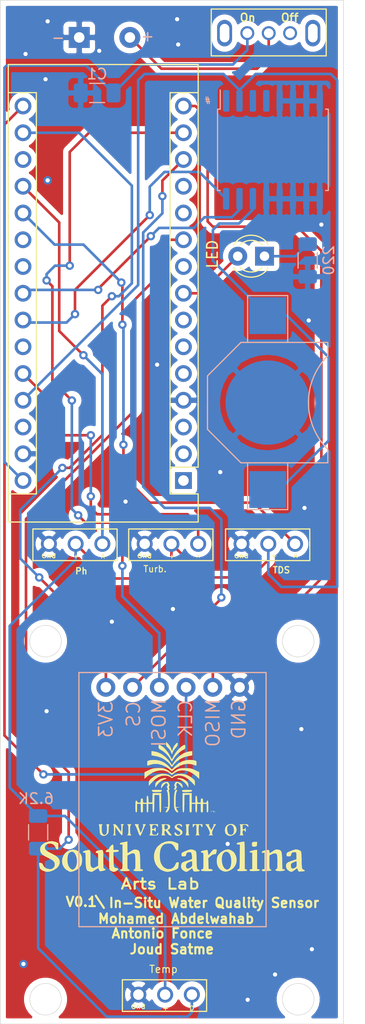
<source format=kicad_pcb>
(kicad_pcb (version 20171130) (host pcbnew "(5.1.12)-1")
  (layers (0 F.Cu signal) (31 B.Cu signal) (34 B.Paste user) (35 F.Paste user) (36 B.SilkS user) (37 F.SilkS user) (38 B.Mask user) (39 F.Mask user) (44 Edge.Cuts user))
  (net 0 "")
  (net 1 "Net-(A1-Pad1)")
  (net 2 "Net-(A1-Pad17)")
  (net 3 "Net-(A1-Pad2)")
  (net 4 "Net-(A1-Pad18)")
  (net 5 "Net-(A1-Pad3)")
  (net 6 "Net-(A1-Pad19)")
  (net 7 GND)
  (net 8 "Net-(A1-Pad20)")
  (net 9 "Net-(A1-Pad5)")
  (net 10 "Net-(A1-Pad21)")
  (net 11 "Net-(A1-Pad6)")
  (net 12 "Net-(A1-Pad22)")
  (net 13 "Net-(A1-Pad7)")
  (net 14 "Net-(A1-Pad23)")
  (net 15 "Net-(A1-Pad8)")
  (net 16 "Net-(A1-Pad24)")
  (net 17 "Net-(A1-Pad9)")
  (net 18 "Net-(A1-Pad25)")
  (net 19 "Net-(A1-Pad10)")
  (net 20 "Net-(A1-Pad26)")
  (net 21 "Net-(A1-Pad11)")
  (net 22 "Net-(A1-Pad27)")
  (net 23 "Net-(A1-Pad12)")
  (net 24 "Net-(A1-Pad28)")
  (net 25 "Net-(A1-Pad13)")
  (net 26 "Net-(A1-Pad14)")
  (net 27 "Net-(A1-Pad30)")
  (net 28 "Net-(A1-Pad15)")
  (net 29 "Net-(A1-Pad16)")
  (net 30 "Net-(D1-Pad1)")
  (net 31 "Net-(U1-Pad1)")
  (net 32 "Net-(U3-Pad1)")
  (net 33 "Net-(U6-Pad1)")
  (net 34 "Net-(U6-Pad3)")
  (net 35 "Net-(U6-Pad4)")
  (net 36 "Net-(BT1-Pad1)")
  (module WATER_SENSOR:Battery_Input (layer B.Cu) (at 105.7 31.8)
    (fp_text reference U1 hide)
    (fp_text value water_Battery hide)
    (fp_text user + (at 5.5 -1.4) (layer B.SilkS) (effects (justify mirror)))
    (fp_text user - (at -3 -1.27) (layer B.SilkS) (effects (justify mirror)))
    (pad 1 thru_hole circle (at 3.81 -1.27) (size 2 2) (drill 1) (layers *.Cu *.Mask) (net 31 "Net-(U1-Pad1)"))
    (pad 2 thru_hole rect (at -1 -1.27) (size 2 2) (drill 1) (layers *.Cu *.Mask) (net 7 GND))
  )
  (module WATER_SENSOR:battery_holder_10mm (layer B.Cu) (at 122.6 65.2 90)
    (fp_text reference BT1 hide)
    (fp_text value Battery_Cell hide)
    (pad 1 smd rect (at 8.255 0 180) (size 3.5 3.5) (layers B.Cu B.Mask) (net 36 "Net-(BT1-Pad1)"))
    (pad 1 smd rect (at -8.255 0 180) (size 3.5 3.5) (layers B.Cu B.Mask) (net 36 "Net-(BT1-Pad1)"))
    (pad 2 smd circle (at 0 0 180) (size 8 8) (layers B.Cu B.Mask) (net 7 GND))
  )
  (module WATER_SENSOR:uofsc_logo_1in (layer F.Cu) (at 113.5 103.6)
    (fp_text reference G*** hide)
    (fp_text value LOGO hide)
  )
  (module LED_THT:LED_D3.0mm (layer F.Cu) (at 122.3 51.3 180)
    (fp_text reference LED (at 4.95 0.2 270) (layer F.SilkS))
    (fp_text value LED hide)
    (pad 2 thru_hole circle (at 2.54 0 180) (size 1.8 1.8) (drill 0.9) (layers *.Cu *.Mask) (net 15 "Net-(A1-Pad8)"))
    (pad 1 thru_hole rect (at 0 0 180) (size 1.8 1.8) (drill 0.9) (layers *.Cu *.Mask) (net 30 "Net-(D1-Pad1)"))
  )
  (module WATER_SENSOR:grounded_switch (layer F.Cu) (at 122.7 35.2 180)
    (fp_text reference U3 hide)
    (fp_text value switch hide)
    (fp_text user On (at 2 6.55) (layer F.SilkS) (effects (font (size 0.75 0.75))))
    (fp_text user Off (at -2 6.55) (layer F.SilkS) (effects (font (size 0.75 0.75))))
    (pad 1 thru_hole circle (at -2.032 5.08 180) (size 1.324 1.324) (drill 0.914) (layers *.Cu *.Mask) (net 32 "Net-(U3-Pad1)"))
    (pad 2 thru_hole circle (at 0 5.08 180) (size 1.324 1.324) (drill 0.914) (layers *.Cu *.Mask) (net 31 "Net-(U1-Pad1)"))
    (pad 3 thru_hole circle (at 2.032 5.08 180) (size 1.324 1.324) (drill 0.914) (layers *.Cu *.Mask) (net 27 "Net-(A1-Pad30)"))
    (pad 4 thru_hole oval (at -4.191 5.08 270) (size 2.524 1.424) (drill oval 1.76 0.914) (layers *.Cu *.Mask))
    (pad 5 thru_hole oval (at 4.191 5.08 270) (size 2.524 1.424) (drill oval 1.76 0.914) (layers *.Cu *.Mask))
  )
  (module Module:Arduino_Nano (layer F.Cu) (at 114.6 72.6 180)
    (fp_text reference A1 hide)
    (fp_text value Arduino_Nano_v3.x hide)
    (pad 16 thru_hole oval (at 15.24 35.56 180) (size 1.6 1.6) (drill 1) (layers *.Cu *.Mask) (net 29 "Net-(A1-Pad16)"))
    (pad 15 thru_hole oval (at 0 35.56 180) (size 1.6 1.6) (drill 1) (layers *.Cu *.Mask) (net 28 "Net-(A1-Pad15)"))
    (pad 30 thru_hole oval (at 15.24 0 180) (size 1.6 1.6) (drill 1) (layers *.Cu *.Mask) (net 27 "Net-(A1-Pad30)"))
    (pad 14 thru_hole oval (at 0 33.02 180) (size 1.6 1.6) (drill 1) (layers *.Cu *.Mask) (net 26 "Net-(A1-Pad14)"))
    (pad 29 thru_hole oval (at 15.24 2.54 180) (size 1.6 1.6) (drill 1) (layers *.Cu *.Mask) (net 7 GND))
    (pad 13 thru_hole oval (at 0 30.48 180) (size 1.6 1.6) (drill 1) (layers *.Cu *.Mask) (net 25 "Net-(A1-Pad13)"))
    (pad 28 thru_hole oval (at 15.24 5.08 180) (size 1.6 1.6) (drill 1) (layers *.Cu *.Mask) (net 24 "Net-(A1-Pad28)"))
    (pad 12 thru_hole oval (at 0 27.94 180) (size 1.6 1.6) (drill 1) (layers *.Cu *.Mask) (net 23 "Net-(A1-Pad12)"))
    (pad 27 thru_hole oval (at 15.24 7.62 180) (size 1.6 1.6) (drill 1) (layers *.Cu *.Mask) (net 22 "Net-(A1-Pad27)"))
    (pad 11 thru_hole oval (at 0 25.4 180) (size 1.6 1.6) (drill 1) (layers *.Cu *.Mask) (net 21 "Net-(A1-Pad11)"))
    (pad 26 thru_hole oval (at 15.24 10.16 180) (size 1.6 1.6) (drill 1) (layers *.Cu *.Mask) (net 20 "Net-(A1-Pad26)"))
    (pad 10 thru_hole oval (at 0 22.86 180) (size 1.6 1.6) (drill 1) (layers *.Cu *.Mask) (net 19 "Net-(A1-Pad10)"))
    (pad 25 thru_hole oval (at 15.24 12.7 180) (size 1.6 1.6) (drill 1) (layers *.Cu *.Mask) (net 18 "Net-(A1-Pad25)"))
    (pad 9 thru_hole oval (at 0 20.32 180) (size 1.6 1.6) (drill 1) (layers *.Cu *.Mask) (net 17 "Net-(A1-Pad9)"))
    (pad 24 thru_hole oval (at 15.24 15.24 180) (size 1.6 1.6) (drill 1) (layers *.Cu *.Mask) (net 16 "Net-(A1-Pad24)"))
    (pad 8 thru_hole oval (at 0 17.78 180) (size 1.6 1.6) (drill 1) (layers *.Cu *.Mask) (net 15 "Net-(A1-Pad8)"))
    (pad 23 thru_hole oval (at 15.24 17.78 180) (size 1.6 1.6) (drill 1) (layers *.Cu *.Mask) (net 14 "Net-(A1-Pad23)"))
    (pad 7 thru_hole oval (at 0 15.24 180) (size 1.6 1.6) (drill 1) (layers *.Cu *.Mask) (net 13 "Net-(A1-Pad7)"))
    (pad 22 thru_hole oval (at 15.24 20.32 180) (size 1.6 1.6) (drill 1) (layers *.Cu *.Mask) (net 12 "Net-(A1-Pad22)"))
    (pad 6 thru_hole oval (at 0 12.7 180) (size 1.6 1.6) (drill 1) (layers *.Cu *.Mask) (net 11 "Net-(A1-Pad6)"))
    (pad 21 thru_hole oval (at 15.24 22.86 180) (size 1.6 1.6) (drill 1) (layers *.Cu *.Mask) (net 10 "Net-(A1-Pad21)"))
    (pad 5 thru_hole oval (at 0 10.16 180) (size 1.6 1.6) (drill 1) (layers *.Cu *.Mask) (net 9 "Net-(A1-Pad5)"))
    (pad 20 thru_hole oval (at 15.24 25.4 180) (size 1.6 1.6) (drill 1) (layers *.Cu *.Mask) (net 8 "Net-(A1-Pad20)"))
    (pad 4 thru_hole oval (at 0 7.62 180) (size 1.6 1.6) (drill 1) (layers *.Cu *.Mask) (net 7 GND))
    (pad 19 thru_hole oval (at 15.24 27.94 180) (size 1.6 1.6) (drill 1) (layers *.Cu *.Mask) (net 6 "Net-(A1-Pad19)"))
    (pad 3 thru_hole oval (at 0 5.08 180) (size 1.6 1.6) (drill 1) (layers *.Cu *.Mask) (net 5 "Net-(A1-Pad3)"))
    (pad 18 thru_hole oval (at 15.24 30.48 180) (size 1.6 1.6) (drill 1) (layers *.Cu *.Mask) (net 4 "Net-(A1-Pad18)"))
    (pad 2 thru_hole oval (at 0 2.54 180) (size 1.6 1.6) (drill 1) (layers *.Cu *.Mask) (net 3 "Net-(A1-Pad2)"))
    (pad 17 thru_hole oval (at 15.24 33.02 180) (size 1.6 1.6) (drill 1) (layers *.Cu *.Mask) (net 2 "Net-(A1-Pad17)"))
    (pad 1 thru_hole rect (at 0 0 180) (size 1.6 1.6) (drill 1) (layers *.Cu *.Mask) (net 1 "Net-(A1-Pad1)"))
  )
  (module Capacitor_SMD:C_1206_3216Metric_Pad1.33x1.80mm_HandSolder (layer B.Cu) (at 106.4 35.8 180)
    (fp_text reference C1 (at 0 1.8 180) (layer B.SilkS) (effects (justify mirror)))
    (fp_text value C hide)
    (pad 2 smd roundrect (at 1.5625 0 180) (size 1.325 1.8) (layers B.Cu B.Paste B.Mask) (roundrect_rratio 0.188679) (net 7 GND))
    (pad 1 smd roundrect (at -1.5625 0 180) (size 1.325 1.8) (layers B.Cu B.Paste B.Mask) (roundrect_rratio 0.188679) (net 27 "Net-(A1-Pad30)"))
  )
  (module Resistor_SMD:R_1206_3216Metric_Pad1.30x1.75mm_HandSolder (layer B.Cu) (at 100.8 106 90)
    (fp_text reference 6.2K (at 3.2 -0.2 180) (layer B.SilkS) (effects (justify mirror)))
    (fp_text value R hide)
    (pad 2 smd roundrect (at 1.55 0 90) (size 1.3 1.75) (layers B.Cu B.Paste B.Mask) (roundrect_rratio 0.192308) (net 22 "Net-(A1-Pad27)"))
    (pad 1 smd roundrect (at -1.55 0 90) (size 1.3 1.75) (layers B.Cu B.Paste B.Mask) (roundrect_rratio 0.192308) (net 19 "Net-(A1-Pad10)"))
  )
  (module Resistor_SMD:R_1206_3216Metric_Pad1.30x1.75mm_HandSolder (layer B.Cu) (at 126.4 51.7 270)
    (fp_text reference 220 (at 0 -2 90) (layer B.SilkS) (effects (justify mirror)))
    (fp_text value R hide)
    (pad 2 smd roundrect (at 1.55 0 270) (size 1.3 1.75) (layers B.Cu B.Paste B.Mask) (roundrect_rratio 0.192308) (net 7 GND))
    (pad 1 smd roundrect (at -1.55 0 270) (size 1.3 1.75) (layers B.Cu B.Paste B.Mask) (roundrect_rratio 0.192308) (net 30 "Net-(D1-Pad1)"))
  )
  (module WATER_SENSOR:SD (layer B.Cu) (at 103.4 104.8 90)
    (fp_text reference U2 hide)
    (fp_text value SD hide)
    (fp_text user 3V3 (at 9.51 3.83 270) (layer B.SilkS) (effects (font (size 1.27 1.27)) (justify mirror)))
    (fp_text user CS (at 10.02 6.45 270) (layer B.SilkS) (effects (font (size 1.27 1.27)) (justify mirror)))
    (fp_text user MOSI (at 9.19 8.87 270) (layer B.SilkS) (effects (font (size 1.27 1.27)) (justify mirror)))
    (fp_text user CLK (at 9.59 11.38 270) (layer B.SilkS) (effects (font (size 1.27 1.27)) (justify mirror)))
    (fp_text user MISO (at 9.19 14 270) (layer B.SilkS) (effects (font (size 1.27 1.27)) (justify mirror)))
    (fp_text user GND (at 9.56 16.45 270) (layer B.SilkS) (effects (font (size 1.27 1.27)) (justify mirror)))
    (pad 6 thru_hole circle (at 12.57 16.53 270) (size 1.8 1.8) (drill 1) (layers *.Cu *.Mask) (net 7 GND))
    (pad 5 thru_hole circle (at 12.57 13.99 270) (size 1.8 1.8) (drill 1) (layers *.Cu *.Mask) (net 28 "Net-(A1-Pad15)"))
    (pad 4 thru_hole circle (at 12.57 11.45 270) (size 1.8 1.8) (drill 1) (layers *.Cu *.Mask) (net 29 "Net-(A1-Pad16)"))
    (pad 3 thru_hole circle (at 12.57 8.91 270) (size 1.8 1.8) (drill 1) (layers *.Cu *.Mask) (net 26 "Net-(A1-Pad14)"))
    (pad 2 thru_hole circle (at 12.57 6.37 270) (size 1.8 1.8) (drill 1) (layers *.Cu *.Mask) (net 25 "Net-(A1-Pad13)"))
    (pad 1 thru_hole circle (at 12.57 3.83 270) (size 1.8 1.8) (drill 1) (layers *.Cu *.Mask) (net 2 "Net-(A1-Pad17)"))
  )
  (module WATER_SENSOR:phraails (layer F.Cu) (at 113.3 74.2)
    (fp_text reference U4 hide)
    (fp_text value Ph (at -8.4 7) (layer F.SilkS) (effects (font (size 0.6 0.6) (thickness 0.12))))
    (fp_text user Gnd (at -11.5 5.56) (layer F.SilkS) (effects (font (size 0.4 0.5) (thickness 0.09))))
    (fp_text user + (at -8.9 5.6) (layer F.SilkS) (effects (font (size 0.4 0.4) (thickness 0.08))))
    (fp_text user A (at -6.35 5.6) (layer F.SilkS) (effects (font (size 0.4 0.4) (thickness 0.075))))
    (pad 3 thru_hole circle (at -6.4 4.41) (size 1.524 1.524) (drill 1) (layers *.Cu *.Mask) (net 6 "Net-(A1-Pad19)"))
    (pad 2 thru_hole circle (at -8.94 4.41) (size 1.524 1.524) (drill 1) (layers *.Cu *.Mask) (net 22 "Net-(A1-Pad27)"))
    (pad 1 thru_hole circle (at -11.48 4.41) (size 1.524 1.524) (drill 1) (layers *.Cu *.Mask) (net 7 GND))
  )
  (module WATER_SENSOR:TDS (layer F.Cu) (at 131.6 74.2)
    (fp_text reference U5 hide)
    (fp_text value TDS (at -7.7 6.9) (layer F.SilkS) (effects (font (size 0.6 0.6) (thickness 0.12))))
    (fp_text user Gnd (at -11.5 5.56) (layer F.SilkS) (effects (font (size 0.4 0.5) (thickness 0.09))))
    (fp_text user + (at -8.4 5.55) (layer F.SilkS) (effects (font (size 0.4 0.5) (thickness 0.08))))
    (fp_text user A (at -6.35 5.55) (layer F.SilkS) (effects (font (size 0.4 0.5) (thickness 0.08))))
    (pad 3 thru_hole circle (at -6.4 4.41) (size 1.524 1.524) (drill 1) (layers *.Cu *.Mask) (net 8 "Net-(A1-Pad20)"))
    (pad 2 thru_hole circle (at -8.94 4.41) (size 1.524 1.524) (drill 1) (layers *.Cu *.Mask) (net 22 "Net-(A1-Pad27)"))
    (pad 1 thru_hole circle (at -11.48 4.41) (size 1.524 1.524) (drill 1) (layers *.Cu *.Mask) (net 7 GND))
  )
  (module Package_SO:SOIC-16W_7.5x10.3mm_P1.27mm (layer B.Cu) (at 123.1 41.2 270)
    (fp_text reference U6 hide)
    (fp_text value DS3231M)
    (pad 16 smd roundrect (at 4.65 4.445 270) (size 2.05 0.6) (layers B.Cu B.Paste B.Mask) (net 16 "Net-(A1-Pad24)"))
    (pad 15 smd roundrect (at 4.65 3.175 270) (size 2.05 0.6) (layers B.Cu B.Paste B.Mask) (net 14 "Net-(A1-Pad23)"))
    (pad 14 smd roundrect (at 4.65 1.905 270) (size 2.05 0.6) (layers B.Cu B.Paste B.Mask) (net 36 "Net-(BT1-Pad1)"))
    (pad 13 smd roundrect (at 4.65 0.635 270) (size 2.05 0.6) (layers B.Cu B.Paste B.Mask) (net 7 GND))
    (pad 12 smd roundrect (at 4.65 -0.635 270) (size 2.05 0.6) (layers B.Cu B.Paste B.Mask) (net 7 GND))
    (pad 11 smd roundrect (at 4.65 -1.905 270) (size 2.05 0.6) (layers B.Cu B.Paste B.Mask) (net 7 GND))
    (pad 10 smd roundrect (at 4.65 -3.175 270) (size 2.05 0.6) (layers B.Cu B.Paste B.Mask) (net 7 GND))
    (pad 9 smd roundrect (at 4.65 -4.445 270) (size 2.05 0.6) (layers B.Cu B.Paste B.Mask) (net 7 GND))
    (pad 8 smd roundrect (at -4.65 -4.445 270) (size 2.05 0.6) (layers B.Cu B.Paste B.Mask) (net 7 GND))
    (pad 7 smd roundrect (at -4.65 -3.175 270) (size 2.05 0.6) (layers B.Cu B.Paste B.Mask) (net 7 GND))
    (pad 6 smd roundrect (at -4.65 -1.905 270) (size 2.05 0.6) (layers B.Cu B.Paste B.Mask) (net 7 GND))
    (pad 5 smd roundrect (at -4.65 -0.635 270) (size 2.05 0.6) (layers B.Cu B.Paste B.Mask) (net 7 GND))
    (pad 4 smd roundrect (at -4.65 0.635 270) (size 2.05 0.6) (layers B.Cu B.Paste B.Mask) (net 35 "Net-(U6-Pad4)"))
    (pad 3 smd roundrect (at -4.65 1.905 270) (size 2.05 0.6) (layers B.Cu B.Paste B.Mask) (net 34 "Net-(U6-Pad3)"))
    (pad 2 smd roundrect (at -4.65 3.175 270) (size 2.05 0.6) (layers B.Cu B.Paste B.Mask) (net 22 "Net-(A1-Pad27)"))
    (pad 1 smd roundrect (at -4.65 4.445 270) (size 2.05 0.6) (layers B.Cu B.Paste B.Mask) (net 33 "Net-(U6-Pad1)"))
  )
  (module WATER_SENSOR:Turbidity (layer F.Cu) (at 122.4 74.2)
    (fp_text reference U7 hide)
    (fp_text value Turb. (at -10.5 6.8) (layer F.SilkS) (effects (font (size 0.6 0.6) (thickness 0.1))))
    (fp_text user Gnd (at -11.5 5.56) (layer F.SilkS) (effects (font (size 0.4 0.5) (thickness 0.09))))
    (fp_text user + (at -8.9 5.6) (layer F.SilkS) (effects (font (size 0.4 0.4) (thickness 0.075))))
    (fp_text user A (at -6.4 5.6) (layer F.SilkS) (effects (font (size 0.3 0.4) (thickness 0.05))))
    (pad 3 thru_hole circle (at -6.4 4.41) (size 1.524 1.524) (drill 1) (layers *.Cu *.Mask) (net 20 "Net-(A1-Pad26)"))
    (pad 2 thru_hole circle (at -8.94 4.41) (size 1.524 1.524) (drill 1) (layers *.Cu *.Mask) (net 22 "Net-(A1-Pad27)"))
    (pad 1 thru_hole circle (at -11.48 4.41) (size 1.524 1.524) (drill 1) (layers *.Cu *.Mask) (net 7 GND))
  )
  (module WATER_SENSOR:Temp. (layer F.Cu) (at 121.8 117)
    (fp_text reference U8 hide)
    (fp_text value Temp (at -9.1 2) (layer F.SilkS) (effects (font (size 0.7 0.7) (thickness 0.1))))
    (fp_text user Gnd (at -11.5 5.56) (layer F.SilkS) (effects (font (size 0.4 0.5) (thickness 0.09))))
    (fp_text user + (at -8.9 5.7) (layer F.SilkS) (effects (font (size 0.4 0.5) (thickness 0.08))))
    (fp_text user D (at -6.4 5.7) (layer F.SilkS) (effects (font (size 0.4 0.5) (thickness 0.08))))
    (pad 3 thru_hole circle (at -6.4 4.41) (size 1.524 1.524) (drill 1) (layers *.Cu *.Mask) (net 19 "Net-(A1-Pad10)"))
    (pad 2 thru_hole circle (at -8.94 4.41) (size 1.524 1.524) (drill 1) (layers *.Cu *.Mask) (net 22 "Net-(A1-Pad27)"))
    (pad 1 thru_hole circle (at -11.48 4.41) (size 1.524 1.524) (drill 1) (layers *.Cu *.Mask) (net 7 GND))
  )
  (gr_text V0.1\ (at 105.2 112.6) (layer F.SilkS) (effects (font (size 0.9 0.9) (thickness 0.2))))
  (gr_text "Antonio Fonce" (at 112.6 115.6) (layer F.SilkS) (effects (font (size 0.9 0.9) (thickness 0.2))))
  (gr_text "Joud Satme" (at 113.5 117.1) (layer F.SilkS) (effects (font (size 0.9 0.9) (thickness 0.2))))
  (gr_text "Mohamed Abdelwahab" (at 113.9 114.2) (layer F.SilkS) (effects (font (size 0.9 0.9) (thickness 0.2))))
  (gr_text "In-Situ Water Quality Sensor" (at 117.5 112.7) (layer F.SilkS) (effects (font (size 0.9 0.9) (thickness 0.2))))
  (gr_text "Arts Lab" (at 112.4 110.9) (layer F.SilkS) (effects (font (size 1 1.2) (thickness 0.2))))
  (gr_line (start 97.2 27) (end 97.2 29.8) (layer Edge.Cuts) (width 0.05))
  (gr_line (start 129.8 27) (end 97.2 27) (layer Edge.Cuts) (width 0.05))
  (gr_line (start 129.8 29.8) (end 129.8 27) (layer Edge.Cuts) (width 0.05))
  (gr_line (start 97.2 29.8) (end 97.2 124.2) (layer Edge.Cuts) (width 0.05))
  (gr_text "#" (at 116.9 36.5 180) (layer B.SilkS) (effects (font (size 0.5 0.5) (thickness 0.1)) (justify mirror)))
  (gr_line (start 129.8 29.8) (end 129.8 124.2) (layer Edge.Cuts) (width 0.05))
  (gr_line (start 97.2 124.2) (end 129.8 124.2) (layer Edge.Cuts) (width 0.05))
  (gr_circle (center 101.5 121.85) (end 101.5 120.35) (layer Edge.Cuts) (width 0.05))
  (gr_circle (center 125.5 121.85) (end 125.5 123.35) (layer Edge.Cuts) (width 0.05))
  (gr_circle (center 125.5 87.85) (end 125.5 86.35) (layer Edge.Cuts) (width 0.05))
  (gr_circle (center 101.5 87.85) (end 101.5 86.35) (layer Edge.Cuts) (width 0.05))
  (via (at 100.9 81.8) (size 0.8) (drill 0.4) (layers F.Cu B.Cu) (net 2))
  (segment (start 107.23 88.13) (end 100.9 81.8) (width 0.25) (layer F.Cu) (net 2))
  (segment (start 107.23 92.23) (end 107.23 88.13) (width 0.25) (layer F.Cu) (net 2))
  (segment (start 100.9 81.8) (end 99.1 80) (width 0.25) (layer B.Cu) (net 2))
  (via (at 103.1 71.4) (size 0.8) (drill 0.4) (layers F.Cu B.Cu) (net 2))
  (segment (start 99.1 75.4) (end 103.1 71.4) (width 0.25) (layer B.Cu) (net 2))
  (segment (start 99.1 80) (end 99.1 75.4) (width 0.25) (layer B.Cu) (net 2))
  (segment (start 103.773002 71.4) (end 106.9 68.273002) (width 0.25) (layer F.Cu) (net 2))
  (segment (start 103.1 71.4) (end 103.773002 71.4) (width 0.25) (layer F.Cu) (net 2))
  (via (at 107.8 55.1) (size 0.8) (drill 0.4) (layers F.Cu B.Cu) (net 2))
  (segment (start 106.9 56) (end 107.8 55.1) (width 0.25) (layer F.Cu) (net 2))
  (segment (start 106.9 68.273002) (end 106.9 56) (width 0.25) (layer F.Cu) (net 2))
  (segment (start 108.473002 55.1) (end 109.7 53.873002) (width 0.25) (layer B.Cu) (net 2))
  (segment (start 107.8 55.1) (end 108.473002 55.1) (width 0.25) (layer B.Cu) (net 2))
  (segment (start 109.7 53.873002) (end 109.7 44.6) (width 0.25) (layer B.Cu) (net 2))
  (segment (start 104.68 39.58) (end 99.36 39.58) (width 0.25) (layer B.Cu) (net 2))
  (segment (start 109.7 44.6) (end 104.68 39.58) (width 0.25) (layer B.Cu) (net 2))
  (segment (start 106.9 62.5) (end 105.1 60.7) (width 0.25) (layer B.Cu) (net 6))
  (via (at 105.1 60.7) (size 0.8) (drill 0.4) (layers F.Cu B.Cu) (net 6))
  (segment (start 106.9 78.61) (end 106.9 62.5) (width 0.25) (layer B.Cu) (net 6))
  (segment (start 105.1 60.7) (end 102.8 58.4) (width 0.25) (layer F.Cu) (net 6))
  (segment (start 102.8 48.1) (end 99.36 44.66) (width 0.25) (layer F.Cu) (net 6))
  (segment (start 102.8 58.4) (end 102.8 48.1) (width 0.25) (layer F.Cu) (net 6))
  (via (at 101.7 29) (size 0.8) (drill 0.4) (layers F.Cu B.Cu) (net 7))
  (via (at 106.6 31.8) (size 0.8) (drill 0.4) (layers F.Cu B.Cu) (net 7))
  (via (at 101.5 34.5) (size 0.8) (drill 0.4) (layers F.Cu B.Cu) (net 7))
  (via (at 114 28.8) (size 0.8) (drill 0.4) (layers F.Cu B.Cu) (net 7))
  (via (at 101.7 44.1) (size 0.8) (drill 0.4) (layers F.Cu B.Cu) (net 7))
  (via (at 114.1 31.2) (size 0.8) (drill 0.4) (layers F.Cu B.Cu) (net 7))
  (via (at 126.5 57.4) (size 0.8) (drill 0.4) (layers F.Cu B.Cu) (net 7))
  (via (at 118.1 71.8) (size 0.8) (drill 0.4) (layers F.Cu B.Cu) (net 7))
  (via (at 109.1 74.6) (size 0.8) (drill 0.4) (layers F.Cu B.Cu) (net 7))
  (via (at 113.6 84.8) (size 0.8) (drill 0.4) (layers F.Cu B.Cu) (net 7))
  (via (at 107.8 86) (size 0.8) (drill 0.4) (layers F.Cu B.Cu) (net 7))
  (via (at 125.8 96.2) (size 0.8) (drill 0.4) (layers F.Cu B.Cu) (net 7))
  (via (at 101.6 94.5) (size 0.8) (drill 0.4) (layers F.Cu B.Cu) (net 7))
  (via (at 118.8 107.1) (size 0.8) (drill 0.4) (layers F.Cu B.Cu) (net 7))
  (via (at 99.4 118.5) (size 0.8) (drill 0.4) (layers F.Cu B.Cu) (net 7))
  (via (at 123.3 119.5) (size 0.8) (drill 0.4) (layers F.Cu B.Cu) (net 7))
  (via (at 120.7 121.9) (size 0.8) (drill 0.4) (layers F.Cu B.Cu) (net 7))
  (via (at 126.8 117.1) (size 0.8) (drill 0.4) (layers F.Cu B.Cu) (net 7))
  (via (at 112.1 61.6) (size 0.8) (drill 0.4) (layers F.Cu B.Cu) (net 7))
  (via (at 126.1 75.2) (size 0.8) (drill 0.4) (layers F.Cu B.Cu) (net 7))
  (via (at 127.7 48.3) (size 0.8) (drill 0.4) (layers F.Cu B.Cu) (net 7))
  (via (at 99.6 32.1) (size 0.8) (drill 0.4) (layers F.Cu B.Cu) (net 7))
  (segment (start 125.2 78.61) (end 121.29 74.7) (width 0.25) (layer F.Cu) (net 8))
  (segment (start 121.29 74.7) (end 111.4 74.7) (width 0.25) (layer F.Cu) (net 8))
  (via (at 108.9 69.2) (size 0.8) (drill 0.4) (layers F.Cu B.Cu) (net 8))
  (segment (start 108.9 72.2) (end 108.9 69.2) (width 0.25) (layer F.Cu) (net 8))
  (segment (start 111.4 74.7) (end 108.9 72.2) (width 0.25) (layer F.Cu) (net 8))
  (via (at 108.8 57.8) (size 0.8) (drill 0.4) (layers F.Cu B.Cu) (net 8))
  (segment (start 108.9 57.9) (end 108.8 57.8) (width 0.25) (layer B.Cu) (net 8))
  (segment (start 108.9 69.2) (end 108.9 57.9) (width 0.25) (layer B.Cu) (net 8))
  (via (at 108.7 53.8) (size 0.8) (drill 0.4) (layers F.Cu B.Cu) (net 8))
  (segment (start 108.8 53.9) (end 108.7 53.8) (width 0.25) (layer F.Cu) (net 8))
  (segment (start 108.8 57.8) (end 108.8 53.9) (width 0.25) (layer F.Cu) (net 8))
  (segment (start 99.36 47.2) (end 102.36 50.2) (width 0.25) (layer B.Cu) (net 8))
  (segment (start 105.1 50.2) (end 108.7 53.8) (width 0.25) (layer B.Cu) (net 8))
  (segment (start 102.36 50.2) (end 105.1 50.2) (width 0.25) (layer B.Cu) (net 8))
  (segment (start 119.925 46.875) (end 119.2 47.6) (width 0.25) (layer B.Cu) (net 14))
  (segment (start 119.925 45.85) (end 119.925 46.875) (width 0.25) (layer B.Cu) (net 14))
  (segment (start 119.2 47.6) (end 116.6 47.6) (width 0.25) (layer B.Cu) (net 14))
  (segment (start 112.285001 48.614999) (end 111.5 49.4) (width 0.25) (layer B.Cu) (net 14))
  (via (at 111.5 49.4) (size 0.8) (drill 0.4) (layers F.Cu B.Cu) (net 14))
  (segment (start 115.585001 48.614999) (end 112.285001 48.614999) (width 0.25) (layer B.Cu) (net 14))
  (segment (start 116.6 47.6) (end 115.585001 48.614999) (width 0.25) (layer B.Cu) (net 14))
  (via (at 106.5 54.5) (size 0.8) (drill 0.4) (layers F.Cu B.Cu) (net 14))
  (segment (start 106.5 54.4) (end 106.5 54.5) (width 0.25) (layer F.Cu) (net 14))
  (segment (start 111.5 49.4) (end 106.5 54.4) (width 0.25) (layer F.Cu) (net 14))
  (segment (start 99.68 54.5) (end 99.36 54.82) (width 0.25) (layer B.Cu) (net 14))
  (segment (start 106.5 54.5) (end 99.68 54.5) (width 0.25) (layer B.Cu) (net 14))
  (segment (start 116.24 54.82) (end 119.76 51.3) (width 0.25) (layer F.Cu) (net 15))
  (segment (start 114.6 54.82) (end 116.24 54.82) (width 0.25) (layer F.Cu) (net 15))
  (via (at 111.4 47.4) (size 0.8) (drill 0.4) (layers F.Cu B.Cu) (net 16))
  (via (at 104.3 56.8) (size 0.8) (drill 0.4) (layers F.Cu B.Cu) (net 16))
  (segment (start 104.3 54.5) (end 104.3 56.8) (width 0.25) (layer F.Cu) (net 16))
  (segment (start 111.4 47.4) (end 104.3 54.5) (width 0.25) (layer F.Cu) (net 16))
  (segment (start 104.3 56.8) (end 103.5 57.6) (width 0.25) (layer B.Cu) (net 16))
  (segment (start 99.6 57.6) (end 99.36 57.36) (width 0.25) (layer B.Cu) (net 16))
  (segment (start 103.5 57.6) (end 99.6 57.6) (width 0.25) (layer B.Cu) (net 16))
  (segment (start 111.4 47.4) (end 111.4 44.7) (width 0.25) (layer B.Cu) (net 16))
  (segment (start 111.4 44.7) (end 112.8 43.3) (width 0.25) (layer B.Cu) (net 16))
  (segment (start 116.105 43.3) (end 118.655 45.85) (width 0.25) (layer B.Cu) (net 16))
  (segment (start 112.8 43.3) (end 116.105 43.3) (width 0.25) (layer B.Cu) (net 16))
  (segment (start 115.4 121.41) (end 115.4 123.1) (width 0.25) (layer B.Cu) (net 19))
  (segment (start 115.4 123.1) (end 115 123.5) (width 0.25) (layer B.Cu) (net 19))
  (segment (start 115 123.5) (end 107.3 123.5) (width 0.25) (layer B.Cu) (net 19))
  (segment (start 100.8 117) (end 100.8 107.55) (width 0.25) (layer B.Cu) (net 19))
  (segment (start 107.3 123.5) (end 100.8 117) (width 0.25) (layer B.Cu) (net 19))
  (via (at 103.7 106.7) (size 0.8) (drill 0.4) (layers F.Cu B.Cu) (net 19))
  (segment (start 102.85 107.55) (end 103.7 106.7) (width 0.25) (layer B.Cu) (net 19))
  (segment (start 100.8 107.55) (end 102.85 107.55) (width 0.25) (layer B.Cu) (net 19))
  (segment (start 103.7 106.7) (end 103.7 100.3) (width 0.25) (layer F.Cu) (net 19))
  (segment (start 99.644263 96.244263) (end 99.644263 76.255737) (width 0.25) (layer F.Cu) (net 19))
  (segment (start 103.7 100.3) (end 99.644263 96.244263) (width 0.25) (layer F.Cu) (net 19))
  (segment (start 99.644263 76.255737) (end 110 65.9) (width 0.25) (layer F.Cu) (net 19))
  (segment (start 110 65.9) (end 110 55.4) (width 0.25) (layer F.Cu) (net 19))
  (segment (start 110 55.4) (end 111.8 53.6) (width 0.25) (layer F.Cu) (net 19))
  (segment (start 111.8 53.6) (end 111.8 50.7) (width 0.25) (layer F.Cu) (net 19))
  (segment (start 112.76 49.74) (end 114.6 49.74) (width 0.25) (layer F.Cu) (net 19))
  (segment (start 111.8 50.7) (end 112.76 49.74) (width 0.25) (layer F.Cu) (net 19))
  (segment (start 106.4 75.8) (end 115 75.8) (width 0.25) (layer F.Cu) (net 20))
  (segment (start 116 76.8) (end 116 78.61) (width 0.25) (layer F.Cu) (net 20))
  (segment (start 115 75.8) (end 116 76.8) (width 0.25) (layer F.Cu) (net 20))
  (via (at 105.8 68.3) (size 0.8) (drill 0.4) (layers F.Cu B.Cu) (net 20))
  (via (at 105.8 74.1) (size 0.8) (drill 0.4) (layers F.Cu B.Cu) (net 20))
  (segment (start 105.8 68.3) (end 105.8 74.1) (width 0.25) (layer B.Cu) (net 20))
  (segment (start 105.8 75.2) (end 106.4 75.8) (width 0.25) (layer F.Cu) (net 20))
  (segment (start 105.8 74.1) (end 105.8 75.2) (width 0.25) (layer F.Cu) (net 20))
  (segment (start 99.36 62.44) (end 101.7 64.78) (width 0.25) (layer F.Cu) (net 20))
  (segment (start 101.7 64.78) (end 101.7 67.1) (width 0.25) (layer F.Cu) (net 20))
  (segment (start 102.9 68.3) (end 105.8 68.3) (width 0.25) (layer F.Cu) (net 20))
  (segment (start 101.7 67.1) (end 102.9 68.3) (width 0.25) (layer F.Cu) (net 20))
  (segment (start 99.36 64.98) (end 110.3 54.04) (width 0.25) (layer B.Cu) (net 22))
  (segment (start 110.3 34.6) (end 110.9 34) (width 0.25) (layer B.Cu) (net 22))
  (segment (start 110.3 54.04) (end 110.3 34.6) (width 0.25) (layer B.Cu) (net 22))
  (segment (start 119.925 35.525) (end 119.925 36.55) (width 0.25) (layer B.Cu) (net 22))
  (segment (start 118.4 34) (end 119.925 35.525) (width 0.25) (layer B.Cu) (net 22))
  (segment (start 110.9 34) (end 118.4 34) (width 0.25) (layer B.Cu) (net 22))
  (segment (start 122.66 81.46) (end 122.66 78.61) (width 0.25) (layer B.Cu) (net 22))
  (segment (start 123.9 82.7) (end 122.66 81.46) (width 0.25) (layer B.Cu) (net 22))
  (segment (start 129.2 82.7) (end 123.9 82.7) (width 0.25) (layer B.Cu) (net 22))
  (segment (start 128.6 34) (end 129.2 34.6) (width 0.25) (layer B.Cu) (net 22))
  (segment (start 129.2 34.6) (end 129.2 82.7) (width 0.25) (layer B.Cu) (net 22))
  (segment (start 121.45 34) (end 128.6 34) (width 0.25) (layer B.Cu) (net 22))
  (segment (start 119.925 35.525) (end 121.45 34) (width 0.25) (layer B.Cu) (net 22))
  (segment (start 122.66 78.61) (end 122.66 80.14) (width 0.25) (layer F.Cu) (net 22))
  (segment (start 122.66 80.14) (end 121 81.8) (width 0.25) (layer F.Cu) (net 22))
  (segment (start 116.65 81.8) (end 113.46 78.61) (width 0.25) (layer F.Cu) (net 22))
  (segment (start 121 81.8) (end 116.65 81.8) (width 0.25) (layer F.Cu) (net 22))
  (segment (start 113.46 78.61) (end 113.46 81.74) (width 0.25) (layer F.Cu) (net 22))
  (segment (start 113.46 81.74) (end 113.3 81.9) (width 0.25) (layer F.Cu) (net 22))
  (segment (start 107.65 81.9) (end 104.36 78.61) (width 0.25) (layer F.Cu) (net 22))
  (segment (start 113.3 81.9) (end 107.65 81.9) (width 0.25) (layer F.Cu) (net 22))
  (segment (start 104.36 78.61) (end 104.36 80.14) (width 0.25) (layer B.Cu) (net 22))
  (segment (start 104.36 80.14) (end 98.1 86.4) (width 0.25) (layer B.Cu) (net 22))
  (segment (start 98.1 101.75) (end 100.8 104.45) (width 0.25) (layer B.Cu) (net 22))
  (segment (start 98.1 86.4) (end 98.1 101.75) (width 0.25) (layer B.Cu) (net 22))
  (segment (start 100.8 104.45) (end 103.35 104.45) (width 0.25) (layer B.Cu) (net 22))
  (segment (start 112.86 113.96) (end 112.86 121.41) (width 0.25) (layer B.Cu) (net 22))
  (segment (start 103.35 104.45) (end 112.86 113.96) (width 0.25) (layer B.Cu) (net 22))
  (via (at 118.2 83.7) (size 0.8) (drill 0.4) (layers F.Cu B.Cu) (net 25))
  (segment (start 118.2 83.8) (end 118.2 83.7) (width 0.25) (layer F.Cu) (net 25))
  (segment (start 109.77 92.23) (end 118.2 83.8) (width 0.25) (layer F.Cu) (net 25))
  (segment (start 118.2 83.7) (end 118.2 76.3) (width 0.25) (layer B.Cu) (net 25))
  (segment (start 118.2 76.3) (end 117.1 75.2) (width 0.25) (layer B.Cu) (net 25))
  (segment (start 117.1 75.2) (end 112.8 75.2) (width 0.25) (layer B.Cu) (net 25))
  (via (at 112.6 45.6) (size 0.8) (drill 0.4) (layers F.Cu B.Cu) (net 25))
  (segment (start 112.6 47.226998) (end 112.6 45.6) (width 0.25) (layer B.Cu) (net 25))
  (segment (start 110.774999 49.051999) (end 112.6 47.226998) (width 0.25) (layer B.Cu) (net 25))
  (segment (start 110.774999 73.174999) (end 110.774999 49.051999) (width 0.25) (layer B.Cu) (net 25))
  (segment (start 112.8 75.2) (end 110.774999 73.174999) (width 0.25) (layer B.Cu) (net 25))
  (segment (start 112.6 44.12) (end 114.6 42.12) (width 0.25) (layer F.Cu) (net 25))
  (segment (start 112.6 45.6) (end 112.6 44.12) (width 0.25) (layer F.Cu) (net 25))
  (via (at 103.8 52.2) (size 0.8) (drill 0.4) (layers F.Cu B.Cu) (net 26))
  (segment (start 103.8 52.2) (end 102.4 52.2) (width 0.25) (layer B.Cu) (net 26))
  (via (at 101.6 53.6) (size 0.8) (drill 0.4) (layers F.Cu B.Cu) (net 26))
  (segment (start 101.6 53) (end 101.6 53.6) (width 0.25) (layer B.Cu) (net 26))
  (segment (start 102.4 52.2) (end 101.6 53) (width 0.25) (layer B.Cu) (net 26))
  (segment (start 102.150009 63.150009) (end 104 65) (width 0.25) (layer F.Cu) (net 26))
  (via (at 104 65) (size 0.8) (drill 0.4) (layers F.Cu B.Cu) (net 26))
  (segment (start 102.150009 54.150009) (end 102.150009 63.150009) (width 0.25) (layer F.Cu) (net 26))
  (segment (start 101.6 53.6) (end 102.150009 54.150009) (width 0.25) (layer F.Cu) (net 26))
  (segment (start 104 65) (end 104 70.9) (width 0.25) (layer B.Cu) (net 26))
  (via (at 104.6 75.9) (size 0.8) (drill 0.4) (layers F.Cu B.Cu) (net 26))
  (segment (start 104 75.3) (end 104.6 75.9) (width 0.25) (layer B.Cu) (net 26))
  (segment (start 104 70.9) (end 104 75.3) (width 0.25) (layer B.Cu) (net 26))
  (segment (start 104.6 75.9) (end 105.3 76.6) (width 0.25) (layer F.Cu) (net 26))
  (segment (start 105.3 76.6) (end 108.2 76.6) (width 0.25) (layer F.Cu) (net 26))
  (via (at 108.8 80.7) (size 0.8) (drill 0.4) (layers F.Cu B.Cu) (net 26))
  (segment (start 108.8 77.2) (end 108.8 80.7) (width 0.25) (layer F.Cu) (net 26))
  (segment (start 108.2 76.6) (end 108.8 77.2) (width 0.25) (layer F.Cu) (net 26))
  (segment (start 108.8 80.7) (end 108.8 83.6) (width 0.25) (layer B.Cu) (net 26))
  (segment (start 112.31 87.11) (end 112.31 92.23) (width 0.25) (layer B.Cu) (net 26))
  (segment (start 108.8 83.6) (end 112.31 87.11) (width 0.25) (layer B.Cu) (net 26))
  (segment (start 105.62 39.58) (end 114.6 39.58) (width 0.25) (layer F.Cu) (net 26))
  (segment (start 103.8 41.4) (end 105.62 39.58) (width 0.25) (layer F.Cu) (net 26))
  (segment (start 103.8 52.2) (end 103.8 41.4) (width 0.25) (layer F.Cu) (net 26))
  (segment (start 120.668 30.12) (end 120.668 31.732) (width 0.25) (layer B.Cu) (net 27))
  (segment (start 120.668 31.732) (end 119.3 33.1) (width 0.25) (layer B.Cu) (net 27))
  (segment (start 110.6625 33.1) (end 107.9625 35.8) (width 0.25) (layer B.Cu) (net 27))
  (segment (start 119.3 33.1) (end 110.6625 33.1) (width 0.25) (layer B.Cu) (net 27))
  (segment (start 99.36 72.6) (end 97.6 70.84) (width 0.25) (layer B.Cu) (net 27))
  (segment (start 97.6 70.84) (end 97.6 33.4) (width 0.25) (layer B.Cu) (net 27))
  (segment (start 97.6 33.4) (end 97.8 33.2) (width 0.25) (layer B.Cu) (net 27))
  (segment (start 105.3625 33.2) (end 107.9625 35.8) (width 0.25) (layer B.Cu) (net 27))
  (segment (start 97.8 33.2) (end 105.3625 33.2) (width 0.25) (layer B.Cu) (net 27))
  (segment (start 114.6 37.04) (end 115.74 37.04) (width 0.25) (layer F.Cu) (net 28))
  (segment (start 116.9 38.2) (end 116.9 48) (width 0.25) (layer F.Cu) (net 28))
  (segment (start 115.74 37.04) (end 116.9 38.2) (width 0.25) (layer F.Cu) (net 28))
  (segment (start 116.9 48) (end 117.4 48.5) (width 0.25) (layer F.Cu) (net 28))
  (segment (start 117.4 48.5) (end 125.4 48.5) (width 0.25) (layer F.Cu) (net 28))
  (segment (start 125.4 48.5) (end 127.7 50.8) (width 0.25) (layer F.Cu) (net 28))
  (segment (start 127.7 50.8) (end 127.7 81.9) (width 0.25) (layer F.Cu) (net 28))
  (segment (start 127.7 81.9) (end 124 85.6) (width 0.25) (layer F.Cu) (net 28))
  (segment (start 124 85.6) (end 119.8 85.6) (width 0.25) (layer F.Cu) (net 28))
  (segment (start 117.39 88.01) (end 117.39 92.23) (width 0.25) (layer F.Cu) (net 28))
  (segment (start 119.8 85.6) (end 117.39 88.01) (width 0.25) (layer F.Cu) (net 28))
  (via (at 101.3 100.5) (size 0.8) (drill 0.4) (layers F.Cu B.Cu) (net 29))
  (segment (start 98.234999 97.434999) (end 101.3 100.5) (width 0.25) (layer F.Cu) (net 29))
  (segment (start 101.3 100.5) (end 114.7 100.5) (width 0.25) (layer B.Cu) (net 29))
  (segment (start 114.85 100.35) (end 114.85 92.23) (width 0.25) (layer B.Cu) (net 29))
  (segment (start 114.7 100.5) (end 114.85 100.35) (width 0.25) (layer B.Cu) (net 29))
  (segment (start 99.36 37.04) (end 97.6 38.8) (width 0.25) (layer F.Cu) (net 29))
  (segment (start 97.6 96.8) (end 98.234999 97.434999) (width 0.25) (layer F.Cu) (net 29))
  (segment (start 97.6 38.8) (end 97.6 96.8) (width 0.25) (layer F.Cu) (net 29))
  (segment (start 125.25 51.3) (end 126.4 50.15) (width 0.25) (layer B.Cu) (net 30))
  (segment (start 122.3 51.3) (end 125.25 51.3) (width 0.25) (layer B.Cu) (net 30))
  (segment (start 109.2 30.2) (end 112.5 33.5) (width 0.25) (layer F.Cu) (net 31))
  (segment (start 112.5 33.5) (end 121.6 33.5) (width 0.25) (layer F.Cu) (net 31))
  (segment (start 122.7 32.4) (end 122.7 30.12) (width 0.25) (layer F.Cu) (net 31))
  (segment (start 121.6 33.5) (end 122.7 32.4) (width 0.25) (layer F.Cu) (net 31))
  (segment (start 117.4 48.8) (end 118 48.2) (width 0.25) (layer B.Cu) (net 36))
  (segment (start 121.195 46.875) (end 121.195 45.85) (width 0.25) (layer B.Cu) (net 36))
  (segment (start 119.87 48.2) (end 121.195 46.875) (width 0.25) (layer B.Cu) (net 36))
  (segment (start 118 48.2) (end 119.87 48.2) (width 0.25) (layer B.Cu) (net 36))
  (segment (start 117.4 51.745) (end 122.6 56.945) (width 0.25) (layer B.Cu) (net 36))
  (segment (start 117.4 48.8) (end 117.4 51.745) (width 0.25) (layer B.Cu) (net 36))
  (segment (start 122.6 73.455) (end 123.745 73.455) (width 0.25) (layer B.Cu) (net 36))
  (segment (start 123.745 73.455) (end 128.4 68.8) (width 0.25) (layer B.Cu) (net 36))
  (segment (start 128.4 68.8) (end 128.4 60.9) (width 0.25) (layer B.Cu) (net 36))
  (segment (start 124.445 56.945) (end 122.6 56.945) (width 0.25) (layer B.Cu) (net 36))
  (segment (start 128.4 60.9) (end 124.445 56.945) (width 0.25) (layer B.Cu) (net 36))
  (zone (net 7) (net_name GND) (layer B.Cu) (connect_pads (clearance 0.508)) (min_thickness 0.254) (fill yes (arc_segments 32) (thermal_gap 0.508) (thermal_bridge_width 0.508))
    (polygon (pts (xy 129.8 124.2) (xy 97.2 124.2) (xy 97.2 27) (xy 129.8 27)))
  )
  (zone (net 7) (net_name GND) (layer F.Cu) (connect_pads (clearance 0.508)) (min_thickness 0.254) (fill yes (arc_segments 32) (thermal_gap 0.508) (thermal_bridge_width 0.508))
    (polygon (pts (xy 129.8 124.2) (xy 97.2 124.2) (xy 97.2 27) (xy 129.8 27)))
  )
)
</source>
